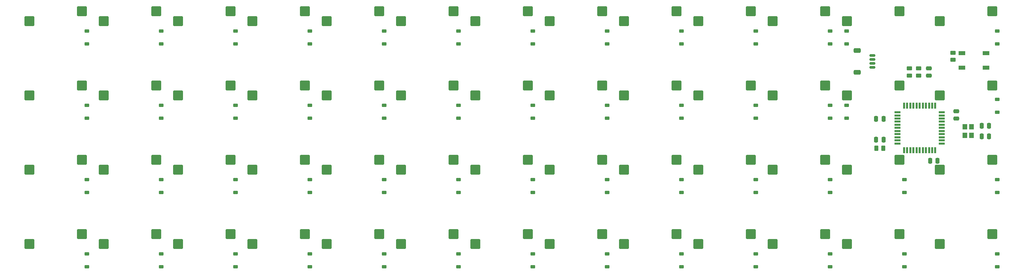
<source format=gbr>
%TF.GenerationSoftware,KiCad,Pcbnew,7.0.1-0*%
%TF.CreationDate,2023-08-02T22:11:56-05:00*%
%TF.ProjectId,pcb,7063622e-6b69-4636-9164-5f7063625858,rev?*%
%TF.SameCoordinates,Original*%
%TF.FileFunction,Paste,Bot*%
%TF.FilePolarity,Positive*%
%FSLAX46Y46*%
G04 Gerber Fmt 4.6, Leading zero omitted, Abs format (unit mm)*
G04 Created by KiCad (PCBNEW 7.0.1-0) date 2023-08-02 22:11:56*
%MOMM*%
%LPD*%
G01*
G04 APERTURE LIST*
G04 Aperture macros list*
%AMRoundRect*
0 Rectangle with rounded corners*
0 $1 Rounding radius*
0 $2 $3 $4 $5 $6 $7 $8 $9 X,Y pos of 4 corners*
0 Add a 4 corners polygon primitive as box body*
4,1,4,$2,$3,$4,$5,$6,$7,$8,$9,$2,$3,0*
0 Add four circle primitives for the rounded corners*
1,1,$1+$1,$2,$3*
1,1,$1+$1,$4,$5*
1,1,$1+$1,$6,$7*
1,1,$1+$1,$8,$9*
0 Add four rect primitives between the rounded corners*
20,1,$1+$1,$2,$3,$4,$5,0*
20,1,$1+$1,$4,$5,$6,$7,0*
20,1,$1+$1,$6,$7,$8,$9,0*
20,1,$1+$1,$8,$9,$2,$3,0*%
G04 Aperture macros list end*
%ADD10RoundRect,0.225000X0.375000X-0.225000X0.375000X0.225000X-0.375000X0.225000X-0.375000X-0.225000X0*%
%ADD11RoundRect,0.250000X-0.475000X0.250000X-0.475000X-0.250000X0.475000X-0.250000X0.475000X0.250000X0*%
%ADD12RoundRect,0.250000X0.450000X-0.262500X0.450000X0.262500X-0.450000X0.262500X-0.450000X-0.262500X0*%
%ADD13RoundRect,0.250000X1.025000X1.000000X-1.025000X1.000000X-1.025000X-1.000000X1.025000X-1.000000X0*%
%ADD14RoundRect,0.250000X-0.450000X0.262500X-0.450000X-0.262500X0.450000X-0.262500X0.450000X0.262500X0*%
%ADD15RoundRect,0.250000X-0.250000X-0.475000X0.250000X-0.475000X0.250000X0.475000X-0.250000X0.475000X0*%
%ADD16RoundRect,0.250000X0.250000X0.475000X-0.250000X0.475000X-0.250000X-0.475000X0.250000X-0.475000X0*%
%ADD17R,1.200000X1.400000*%
%ADD18RoundRect,0.250000X0.475000X-0.250000X0.475000X0.250000X-0.475000X0.250000X-0.475000X-0.250000X0*%
%ADD19RoundRect,0.150000X0.625000X-0.150000X0.625000X0.150000X-0.625000X0.150000X-0.625000X-0.150000X0*%
%ADD20RoundRect,0.250000X0.650000X-0.350000X0.650000X0.350000X-0.650000X0.350000X-0.650000X-0.350000X0*%
%ADD21RoundRect,0.250000X-0.262500X-0.450000X0.262500X-0.450000X0.262500X0.450000X-0.262500X0.450000X0*%
%ADD22R,0.550000X1.500000*%
%ADD23R,1.500000X0.550000*%
%ADD24R,1.800000X1.100000*%
G04 APERTURE END LIST*
D10*
%TO.C,D7*%
X158606252Y-33075000D03*
X158606252Y-29775000D03*
%TD*%
D11*
%TO.C,C4*%
X267100000Y-50300000D03*
X267100000Y-52200000D03*
%TD*%
D12*
%TO.C,RSW1*%
X266250000Y-37162500D03*
X266250000Y-35337500D03*
%TD*%
D10*
%TO.C,D8*%
X177656252Y-33075000D03*
X177656252Y-29775000D03*
%TD*%
%TO.C,D14*%
X44306252Y-52125000D03*
X44306252Y-48825000D03*
%TD*%
D13*
%TO.C,MX42*%
X67649438Y-84375698D03*
X81099438Y-81835698D03*
%TD*%
D10*
%TO.C,D35*%
X196706252Y-71200000D03*
X196706252Y-67900000D03*
%TD*%
%TO.C,D11*%
X234806252Y-33075000D03*
X234806252Y-29775000D03*
%TD*%
D14*
%TO.C,R3*%
X257450000Y-39337500D03*
X257450000Y-41162500D03*
%TD*%
D13*
%TO.C,MX9*%
X181949534Y-27225650D03*
X195399534Y-24685650D03*
%TD*%
%TO.C,MX3*%
X67649438Y-27225650D03*
X81099438Y-24685650D03*
%TD*%
D10*
%TO.C,D39*%
X277668748Y-71200000D03*
X277668748Y-67900000D03*
%TD*%
D13*
%TO.C,MX41*%
X48599422Y-84375698D03*
X62049422Y-81835698D03*
%TD*%
%TO.C,MX25*%
X239099582Y-46275666D03*
X252549582Y-43735666D03*
%TD*%
%TO.C,MX22*%
X181949534Y-46275666D03*
X195399534Y-43735666D03*
%TD*%
%TO.C,MX49*%
X200999550Y-84375698D03*
X214449550Y-81835698D03*
%TD*%
D10*
%TO.C,D46*%
X158606252Y-90200000D03*
X158606252Y-86900000D03*
%TD*%
%TO.C,D40*%
X44306252Y-90200000D03*
X44306252Y-86900000D03*
%TD*%
D13*
%TO.C,MX10*%
X200999550Y-27225650D03*
X214449550Y-24685650D03*
%TD*%
D15*
%TO.C,CX1*%
X273650000Y-54050000D03*
X275550000Y-54050000D03*
%TD*%
D12*
%TO.C,R2*%
X255150000Y-41162500D03*
X255150000Y-39337500D03*
%TD*%
D16*
%TO.C,C1*%
X248490834Y-52275000D03*
X246590834Y-52275000D03*
%TD*%
D10*
%TO.C,D4*%
X101456252Y-33075000D03*
X101456252Y-29775000D03*
%TD*%
D17*
%TO.C,Y1*%
X271050000Y-54325000D03*
X271050000Y-56525000D03*
X269350000Y-56525000D03*
X269350000Y-54325000D03*
%TD*%
D16*
%TO.C,C2*%
X248500000Y-57600000D03*
X246600000Y-57600000D03*
%TD*%
D13*
%TO.C,MX19*%
X124799486Y-46275666D03*
X138249486Y-43735666D03*
%TD*%
D10*
%TO.C,D29*%
X82406252Y-71200000D03*
X82406252Y-67900000D03*
%TD*%
D13*
%TO.C,MX21*%
X162899518Y-46275666D03*
X176349518Y-43735666D03*
%TD*%
D10*
%TO.C,D24*%
X234806252Y-52125000D03*
X234806252Y-48825000D03*
%TD*%
%TO.C,D31*%
X120506252Y-71200000D03*
X120506252Y-67900000D03*
%TD*%
%TO.C,D45*%
X139556252Y-90200000D03*
X139556252Y-86900000D03*
%TD*%
%TO.C,D16*%
X82406252Y-52125000D03*
X82406252Y-48825000D03*
%TD*%
%TO.C,D41*%
X63356252Y-90200000D03*
X63356252Y-86900000D03*
%TD*%
D13*
%TO.C,MX16*%
X67649438Y-46275666D03*
X81099438Y-43735666D03*
%TD*%
D10*
%TO.C,D13*%
X277668748Y-33075000D03*
X277668748Y-29775000D03*
%TD*%
D13*
%TO.C,MX32*%
X124799486Y-65325682D03*
X138249486Y-62785682D03*
%TD*%
D10*
%TO.C,D49*%
X215756252Y-90200000D03*
X215756252Y-86900000D03*
%TD*%
D13*
%TO.C,MX8*%
X162899518Y-27225650D03*
X176349518Y-24685650D03*
%TD*%
D10*
%TO.C,D51*%
X253856252Y-90200000D03*
X253856252Y-86900000D03*
%TD*%
%TO.C,D50*%
X234806252Y-90200000D03*
X234806252Y-86900000D03*
%TD*%
D18*
%TO.C,C5*%
X260075000Y-41200000D03*
X260075000Y-39300000D03*
%TD*%
D10*
%TO.C,D52*%
X277668748Y-90200000D03*
X277668748Y-86900000D03*
%TD*%
D13*
%TO.C,MX33*%
X143849502Y-65325682D03*
X157299502Y-62785682D03*
%TD*%
D10*
%TO.C,D37*%
X234806252Y-71200000D03*
X234806252Y-67900000D03*
%TD*%
%TO.C,D3*%
X82406252Y-33075000D03*
X82406252Y-29775000D03*
%TD*%
D15*
%TO.C,C3*%
X260450000Y-63000000D03*
X262350000Y-63000000D03*
%TD*%
D13*
%TO.C,MX37*%
X220049566Y-65325682D03*
X233499566Y-62785682D03*
%TD*%
D10*
%TO.C,D18*%
X120506252Y-52125000D03*
X120506252Y-48825000D03*
%TD*%
%TO.C,D28*%
X63356252Y-71200000D03*
X63356252Y-67900000D03*
%TD*%
D13*
%TO.C,MX34*%
X162899518Y-65325682D03*
X176349518Y-62785682D03*
%TD*%
%TO.C,MX28*%
X48599422Y-65325682D03*
X62049422Y-62785682D03*
%TD*%
%TO.C,MX47*%
X162899518Y-84375698D03*
X176349518Y-81835698D03*
%TD*%
D10*
%TO.C,D32*%
X139556252Y-71200000D03*
X139556252Y-67900000D03*
%TD*%
D13*
%TO.C,MX45*%
X124799486Y-84375698D03*
X138249486Y-81835698D03*
%TD*%
D10*
%TO.C,D5*%
X120506252Y-33075000D03*
X120506252Y-29775000D03*
%TD*%
D13*
%TO.C,MX4*%
X86699454Y-27225650D03*
X100149454Y-24685650D03*
%TD*%
D10*
%TO.C,D27*%
X44306252Y-71200000D03*
X44306252Y-67900000D03*
%TD*%
D13*
%TO.C,MX29*%
X67649438Y-65325682D03*
X81099438Y-62785682D03*
%TD*%
%TO.C,MX7*%
X143849502Y-27225650D03*
X157299502Y-24685650D03*
%TD*%
D10*
%TO.C,D48*%
X196706252Y-90200000D03*
X196706252Y-86900000D03*
%TD*%
%TO.C,D34*%
X177656252Y-71200000D03*
X177656252Y-67900000D03*
%TD*%
D13*
%TO.C,MX18*%
X105749470Y-46275666D03*
X119199470Y-43735666D03*
%TD*%
D10*
%TO.C,D20*%
X158606252Y-52125000D03*
X158606252Y-48825000D03*
%TD*%
D13*
%TO.C,MX39*%
X262912102Y-65325682D03*
X276362102Y-62785682D03*
%TD*%
D19*
%TO.C,J3*%
X245650000Y-39050000D03*
X245650000Y-38050000D03*
X245650000Y-37050000D03*
X245650000Y-36050000D03*
D20*
X241775000Y-40350000D03*
X241775000Y-34750000D03*
%TD*%
D13*
%TO.C,MX24*%
X220049566Y-46275666D03*
X233499566Y-43735666D03*
%TD*%
D10*
%TO.C,D19*%
X139556252Y-52125000D03*
X139556252Y-48825000D03*
%TD*%
D13*
%TO.C,MX43*%
X86699454Y-84375698D03*
X100149454Y-81835698D03*
%TD*%
%TO.C,MX13*%
X262912102Y-27225650D03*
X276362102Y-24685650D03*
%TD*%
%TO.C,MX6*%
X124799486Y-27225650D03*
X138249486Y-24685650D03*
%TD*%
%TO.C,MX36*%
X200999550Y-65325682D03*
X214449550Y-62785682D03*
%TD*%
D21*
%TO.C,R1*%
X246637500Y-59800000D03*
X248462500Y-59800000D03*
%TD*%
D10*
%TO.C,D6*%
X139556252Y-33075000D03*
X139556252Y-29775000D03*
%TD*%
D13*
%TO.C,MX30*%
X86699454Y-65325682D03*
X100149454Y-62785682D03*
%TD*%
D10*
%TO.C,D12*%
X239050000Y-33075000D03*
X239050000Y-29775000D03*
%TD*%
%TO.C,D30*%
X101456252Y-71200000D03*
X101456252Y-67900000D03*
%TD*%
%TO.C,D2*%
X63351252Y-33075000D03*
X63351252Y-29775000D03*
%TD*%
D15*
%TO.C,CX2*%
X273650000Y-56750000D03*
X275550000Y-56750000D03*
%TD*%
D13*
%TO.C,MX35*%
X181949534Y-65325682D03*
X195399534Y-62785682D03*
%TD*%
%TO.C,MX15*%
X48599422Y-46275666D03*
X62049422Y-43735666D03*
%TD*%
%TO.C,MX48*%
X181949534Y-84375698D03*
X195399534Y-81835698D03*
%TD*%
D10*
%TO.C,D33*%
X158606252Y-71200000D03*
X158606252Y-67900000D03*
%TD*%
D13*
%TO.C,MX31*%
X105749470Y-65325682D03*
X119199470Y-62785682D03*
%TD*%
D10*
%TO.C,D22*%
X196706252Y-52125000D03*
X196706252Y-48825000D03*
%TD*%
D13*
%TO.C,MX17*%
X86699454Y-46275666D03*
X100149454Y-43735666D03*
%TD*%
D10*
%TO.C,D36*%
X215756252Y-71200000D03*
X215756252Y-67900000D03*
%TD*%
D13*
%TO.C,MX51*%
X239099582Y-84375698D03*
X252549582Y-81835698D03*
%TD*%
D22*
%TO.C,U1*%
X253750000Y-48900000D03*
X254550000Y-48900000D03*
X255350000Y-48900000D03*
X256150000Y-48900000D03*
X256950000Y-48900000D03*
X257750000Y-48900000D03*
X258550000Y-48900000D03*
X259350000Y-48900000D03*
X260150000Y-48900000D03*
X260950000Y-48900000D03*
X261750000Y-48900000D03*
D23*
X263450000Y-50600000D03*
X263450000Y-51400000D03*
X263450000Y-52200000D03*
X263450000Y-53000000D03*
X263450000Y-53800000D03*
X263450000Y-54600000D03*
X263450000Y-55400000D03*
X263450000Y-56200000D03*
X263450000Y-57000000D03*
X263450000Y-57800000D03*
X263450000Y-58600000D03*
D22*
X261750000Y-60300000D03*
X260950000Y-60300000D03*
X260150000Y-60300000D03*
X259350000Y-60300000D03*
X258550000Y-60300000D03*
X257750000Y-60300000D03*
X256950000Y-60300000D03*
X256150000Y-60300000D03*
X255350000Y-60300000D03*
X254550000Y-60300000D03*
X253750000Y-60300000D03*
D23*
X252050000Y-58600000D03*
X252050000Y-57800000D03*
X252050000Y-57000000D03*
X252050000Y-56200000D03*
X252050000Y-55400000D03*
X252050000Y-54600000D03*
X252050000Y-53800000D03*
X252050000Y-53000000D03*
X252050000Y-52200000D03*
X252050000Y-51400000D03*
X252050000Y-50600000D03*
%TD*%
D13*
%TO.C,MX44*%
X105749470Y-84375698D03*
X119199470Y-81835698D03*
%TD*%
%TO.C,MX27*%
X29549406Y-65325682D03*
X42999406Y-62785682D03*
%TD*%
%TO.C,MX40*%
X29549406Y-84375698D03*
X42999406Y-81835698D03*
%TD*%
%TO.C,MX12*%
X239099582Y-27225650D03*
X252549582Y-24685650D03*
%TD*%
D10*
%TO.C,D43*%
X101456252Y-90200000D03*
X101456252Y-86900000D03*
%TD*%
%TO.C,D47*%
X177656252Y-90200000D03*
X177656252Y-86900000D03*
%TD*%
D13*
%TO.C,MX11*%
X220049566Y-27225650D03*
X233499566Y-24685650D03*
%TD*%
D10*
%TO.C,D9*%
X196706252Y-33075000D03*
X196706252Y-29775000D03*
%TD*%
D13*
%TO.C,MX23*%
X200999550Y-46275666D03*
X214449550Y-43735666D03*
%TD*%
%TO.C,MX52*%
X262912102Y-84375698D03*
X276362102Y-81835698D03*
%TD*%
D10*
%TO.C,D1*%
X44311252Y-33052500D03*
X44311252Y-29752500D03*
%TD*%
%TO.C,D21*%
X177656252Y-52125000D03*
X177656252Y-48825000D03*
%TD*%
D13*
%TO.C,MX2*%
X48599422Y-27225650D03*
X62049422Y-24685650D03*
%TD*%
%TO.C,MX50*%
X220049566Y-84375698D03*
X233499566Y-81835698D03*
%TD*%
D10*
%TO.C,D38*%
X253856252Y-71200000D03*
X253856252Y-67900000D03*
%TD*%
D13*
%TO.C,MX20*%
X143849502Y-46275666D03*
X157299502Y-43735666D03*
%TD*%
%TO.C,MX26*%
X262912102Y-46275666D03*
X276362102Y-43735666D03*
%TD*%
D10*
%TO.C,D15*%
X63356252Y-52125000D03*
X63356252Y-48825000D03*
%TD*%
D13*
%TO.C,MX1*%
X29549406Y-27225650D03*
X42999406Y-24685650D03*
%TD*%
D24*
%TO.C,SW1*%
X274750000Y-35475000D03*
X268550000Y-39175000D03*
X274750000Y-39175000D03*
X268550000Y-35475000D03*
%TD*%
D10*
%TO.C,D23*%
X215756252Y-52125000D03*
X215756252Y-48825000D03*
%TD*%
%TO.C,D25*%
X239056252Y-52125000D03*
X239056252Y-48825000D03*
%TD*%
%TO.C,D42*%
X82406252Y-90200000D03*
X82406252Y-86900000D03*
%TD*%
%TO.C,D26*%
X277668748Y-50625000D03*
X277668748Y-47325000D03*
%TD*%
D13*
%TO.C,MX38*%
X239099582Y-65325682D03*
X252549582Y-62785682D03*
%TD*%
D10*
%TO.C,D10*%
X215756252Y-33075000D03*
X215756252Y-29775000D03*
%TD*%
D13*
%TO.C,MX5*%
X105749470Y-27225650D03*
X119199470Y-24685650D03*
%TD*%
D10*
%TO.C,D44*%
X120506252Y-90200000D03*
X120506252Y-86900000D03*
%TD*%
%TO.C,D17*%
X101456252Y-52125000D03*
X101456252Y-48825000D03*
%TD*%
D13*
%TO.C,MX46*%
X143849502Y-84375698D03*
X157299502Y-81835698D03*
%TD*%
%TO.C,MX14*%
X29549406Y-46275666D03*
X42999406Y-43735666D03*
%TD*%
M02*

</source>
